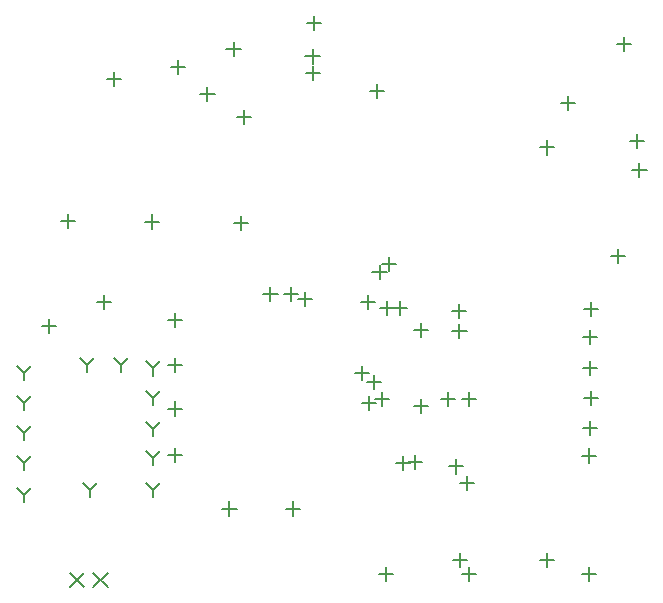
<source format=gbr>
G04 DipTrace 3.2.0.1*
G04 Plated_Through.gbr*
%MOIN*%
G04 #@! TF.FileFunction,Plated,1,2,PTH,Drill*
G04 #@! TF.Part,Single*
G04 Drill Symbols*
G04 D=0.015748 - Cross*
G04 D=0.027559 - X*
G04 D=0.031496 - Y*
G04 D=0.043307 - T*
G04 D=0.11811 - V*
%ADD10C,0.007874*%
%FSLAX26Y26*%
G04*
G70*
G90*
G75*
G01*
X649766Y769552D2*
D10*
X697010Y722308D1*
Y769552D2*
X649766Y722308D1*
X728507Y769552D2*
X775751Y722308D1*
Y769552D2*
X728507Y722308D1*
X1108306Y2390018D2*
Y2342774D1*
X1084684Y2366396D2*
X1131928D1*
X1229409Y2313768D2*
Y2266524D1*
X1205787Y2290146D2*
X1253031D1*
X1706538Y1676202D2*
Y1628958D1*
X1682916Y1652580D2*
X1730160D1*
X2386991Y1675059D2*
Y1627815D1*
X2363369Y1651437D2*
X2410613D1*
X1623110Y1460315D2*
Y1413071D1*
X1599488Y1436693D2*
X1646732D1*
X1458642Y2516031D2*
Y2468787D1*
X1435020Y2492409D2*
X1482264D1*
X2382786Y1580856D2*
Y1533612D1*
X2359164Y1557234D2*
X2406408D1*
X1647726Y1361508D2*
Y1314264D1*
X1624104Y1337886D2*
X1671348D1*
X1318370Y1722916D2*
Y1675672D1*
X1294748Y1699294D2*
X1341992D1*
X1945921Y1667726D2*
Y1620482D1*
X1922299Y1644104D2*
X1969543D1*
X1642731Y1697839D2*
Y1650594D1*
X1619109Y1674217D2*
X1666353D1*
X1978941Y1374007D2*
Y1326762D1*
X1955319Y1350385D2*
X2002563D1*
X1691471Y1374007D2*
Y1326762D1*
X1667849Y1350385D2*
X1715093D1*
X1662416Y1430122D2*
Y1382878D1*
X1638794Y1406500D2*
X1686038D1*
X1820717Y1605333D2*
Y1558089D1*
X1797094Y1581711D2*
X1844339D1*
X1910198Y1374007D2*
Y1326762D1*
X1886576Y1350385D2*
X1933820D1*
X1948530Y1602135D2*
Y1554891D1*
X1924908Y1578513D2*
X1972152D1*
X1464891Y2628531D2*
Y2581287D1*
X1441269Y2604909D2*
X1488513D1*
X2540433Y2235028D2*
Y2187783D1*
X2516811Y2211406D2*
X2564055D1*
X473504Y1054803D2*
X497126Y1031181D1*
X520748Y1054803D1*
X497126Y1031181D2*
Y1007559D1*
X2383966Y1477000D2*
Y1429756D1*
X2360344Y1453378D2*
X2407588D1*
X1434490Y1708525D2*
Y1661281D1*
X1410867Y1684903D2*
X1458112D1*
X1181640Y1008936D2*
Y961692D1*
X1158018Y985314D2*
X1205262D1*
X1001063Y1487874D2*
Y1440630D1*
X977441Y1464252D2*
X1024685D1*
X2497126Y2557862D2*
Y2510618D1*
X2473504Y2534240D2*
X2520748D1*
X2386327Y1376684D2*
Y1329440D1*
X2362705Y1353062D2*
X2409949D1*
X764843Y1696535D2*
Y1649291D1*
X741220Y1672913D2*
X788465D1*
X473504Y1259528D2*
X497126Y1235906D1*
X520748Y1259528D1*
X497126Y1235906D2*
Y1212283D1*
X473504Y1361890D2*
X497126Y1338268D1*
X520748Y1361890D1*
X497126Y1338268D2*
Y1314646D1*
X2311433Y2359558D2*
Y2312314D1*
X2287811Y2335936D2*
X2335055D1*
X473504Y1460315D2*
X497126Y1436693D1*
X520748Y1460315D1*
X497126Y1436693D2*
Y1413071D1*
X473504Y1161102D2*
X497126Y1137480D1*
X520748Y1161102D1*
X497126Y1137480D2*
Y1113858D1*
X902638Y1070551D2*
X926260Y1046929D1*
X949882Y1070551D1*
X926260Y1046929D2*
Y1023307D1*
X902638Y1275276D2*
X926260Y1251654D1*
X949882Y1275276D1*
X926260Y1251654D2*
Y1228031D1*
X902638Y1377638D2*
X926260Y1354016D1*
X949882Y1377638D1*
X926260Y1354016D2*
Y1330394D1*
X902638Y1476063D2*
X926260Y1452441D1*
X949882Y1476063D1*
X926260Y1452441D2*
Y1428819D1*
X902638Y1176850D2*
X926260Y1153228D1*
X949882Y1176850D1*
X926260Y1153228D2*
Y1129606D1*
X796339Y1487874D2*
X819961Y1464252D1*
X843583Y1487874D1*
X819961Y1464252D2*
Y1440630D1*
X682165Y1487874D2*
X705787Y1464252D1*
X729409Y1487874D1*
X705787Y1464252D2*
Y1440630D1*
X693976Y1070551D2*
X717598Y1046929D1*
X741220Y1070551D1*
X717598Y1046929D2*
Y1023307D1*
X1001063Y1637480D2*
Y1590236D1*
X977441Y1613858D2*
X1024685D1*
X1001063Y1342205D2*
Y1294961D1*
X977441Y1318583D2*
X1024685D1*
X1001063Y1188661D2*
Y1141417D1*
X977441Y1165039D2*
X1024685D1*
X1394140Y1008936D2*
Y961692D1*
X1370518Y985314D2*
X1417762D1*
X2382786Y1277407D2*
Y1230163D1*
X2359164Y1253785D2*
X2406408D1*
X2381450Y1185495D2*
Y1138251D1*
X2357828Y1161873D2*
X2405072D1*
X1672941Y2401751D2*
Y2354507D1*
X1649319Y2378129D2*
X1696563D1*
X1195428Y2540343D2*
Y2493098D1*
X1171806Y2516720D2*
X1219050D1*
X798012Y2439654D2*
Y2392409D1*
X774390Y2416031D2*
X821634D1*
X579803Y1617795D2*
Y1570551D1*
X556181Y1594173D2*
X603425D1*
X1387245Y1724273D2*
Y1677029D1*
X1363623Y1700651D2*
X1410867D1*
X1702850Y790201D2*
Y742957D1*
X1679228Y766579D2*
X1726472D1*
X1712196Y1824937D2*
Y1777693D1*
X1688573Y1801315D2*
X1735818D1*
X1011564Y2479972D2*
Y2432728D1*
X987942Y2456350D2*
X1035186D1*
X1749094Y1676850D2*
Y1629606D1*
X1725472Y1653228D2*
X1772717D1*
X1220152Y1961875D2*
Y1914631D1*
X1196530Y1938253D2*
X1243774D1*
X924833Y1965539D2*
Y1918295D1*
X901211Y1941917D2*
X948455D1*
X642705Y1967005D2*
Y1919761D1*
X619083Y1943383D2*
X666327D1*
X1460478Y2461281D2*
Y2414037D1*
X1436856Y2437659D2*
X1484100D1*
X1682101Y1796264D2*
Y1749020D1*
X1658479Y1772642D2*
X1705723D1*
X1760906Y1161102D2*
Y1113858D1*
X1737283Y1137480D2*
X1784528D1*
X1800276Y1165039D2*
Y1117795D1*
X1776654Y1141417D2*
X1823898D1*
X1949882Y836299D2*
Y789055D1*
X1926260Y812677D2*
X1973504D1*
X1819961Y1350079D2*
Y1302835D1*
X1796339Y1326457D2*
X1843583D1*
X1981378Y791024D2*
Y743780D1*
X1957756Y767402D2*
X2005000D1*
X1973504Y1094173D2*
Y1046929D1*
X1949882Y1070551D2*
X1997126D1*
X2241220Y838268D2*
Y791024D1*
X2217598Y814646D2*
X2264843D1*
X1938071Y1149291D2*
Y1102047D1*
X1914449Y1125669D2*
X1961693D1*
X2379016Y791024D2*
Y743780D1*
X2355394Y767402D2*
X2402638D1*
X2477441Y1850079D2*
Y1802835D1*
X2453819Y1826457D2*
X2501063D1*
X2548307Y2136602D2*
Y2089358D1*
X2524685Y2112980D2*
X2571929D1*
X2241156Y2212709D2*
Y2165465D1*
X2217534Y2189087D2*
X2264778D1*
M02*

</source>
